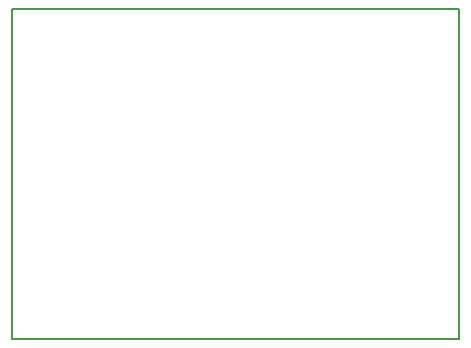
<source format=gbr>
G04 #@! TF.FileFunction,Profile,NP*
%FSLAX46Y46*%
G04 Gerber Fmt 4.6, Leading zero omitted, Abs format (unit mm)*
G04 Created by KiCad (PCBNEW 4.0.7-e2-6376~58~ubuntu16.04.1) date Thu Jan 18 14:56:03 2018*
%MOMM*%
%LPD*%
G01*
G04 APERTURE LIST*
%ADD10C,0.100000*%
%ADD11C,0.150000*%
G04 APERTURE END LIST*
D10*
D11*
X119380000Y-40640000D02*
X119380000Y-40640000D01*
X119380000Y-68580000D02*
X119380000Y-40640000D01*
X119634000Y-68580000D02*
X119380000Y-68580000D01*
X157226000Y-68580000D02*
X119634000Y-68580000D01*
X157226000Y-40640000D02*
X157226000Y-68580000D01*
X119380000Y-40640000D02*
X157226000Y-40640000D01*
M02*

</source>
